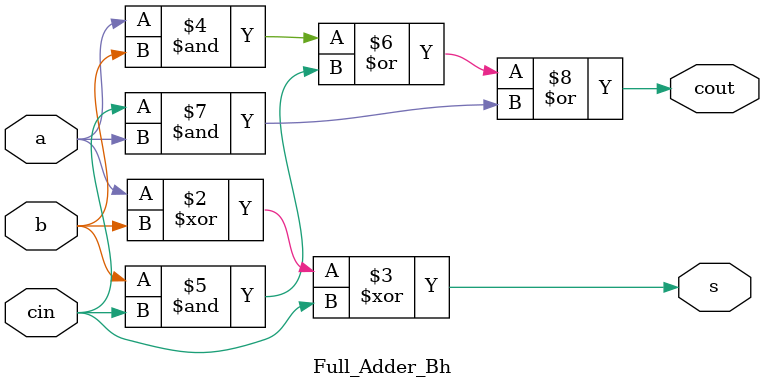
<source format=v>
module Full_Adder_Bh (s, cout, a, b, cin); 
input a, b, cin; 
output s, cout; 
always @ (*) 
begin 
s = a ^ b ^ cin; 
cout = (a & b) | (b & cin) | (cin & a); 
end 
endmodule 

</source>
